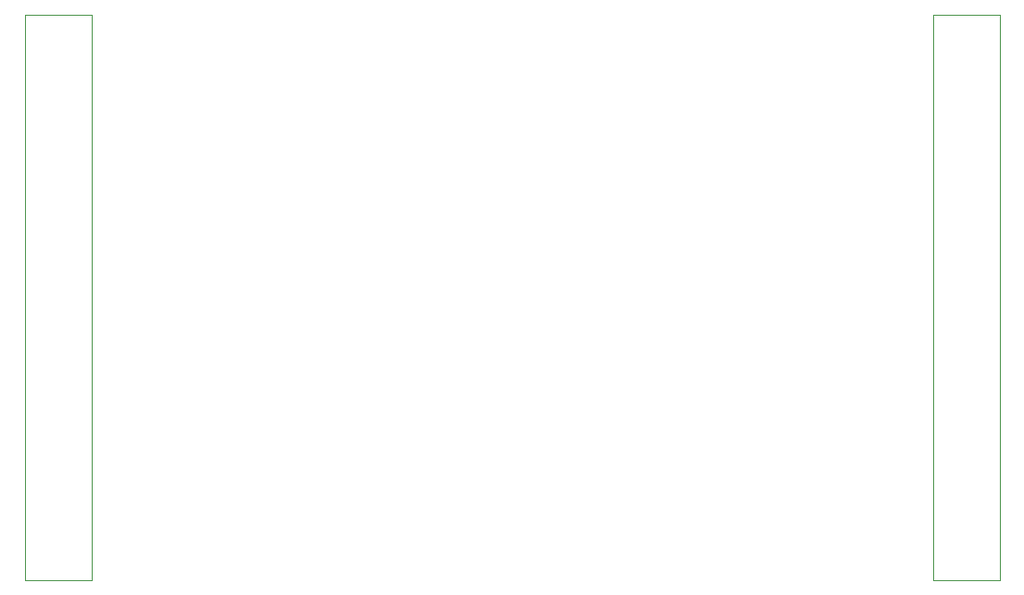
<source format=gbr>
G04 #@! TF.GenerationSoftware,KiCad,Pcbnew,5.0.2-bee76a0~70~ubuntu18.04.1*
G04 #@! TF.CreationDate,2019-05-15T21:37:28+02:00*
G04 #@! TF.ProjectId,networkScanner,6e657477-6f72-46b5-9363-616e6e65722e,rev?*
G04 #@! TF.SameCoordinates,Original*
G04 #@! TF.FileFunction,Other,User*
%FSLAX46Y46*%
G04 Gerber Fmt 4.6, Leading zero omitted, Abs format (unit mm)*
G04 Created by KiCad (PCBNEW 5.0.2-bee76a0~70~ubuntu18.04.1) date Mi 15 Mai 2019 21:37:28 CEST*
%MOMM*%
%LPD*%
G01*
G04 APERTURE LIST*
%ADD10C,0.050000*%
G04 APERTURE END LIST*
D10*
G04 #@! TO.C,J1*
X114340000Y-93200000D02*
X108240000Y-93200000D01*
X108240000Y-93200000D02*
X108240000Y-145000000D01*
X108240000Y-145000000D02*
X114340000Y-145000000D01*
X114340000Y-145000000D02*
X114340000Y-93200000D01*
G04 #@! TO.C,J2*
X197340000Y-145000000D02*
X197340000Y-93200000D01*
X191240000Y-145000000D02*
X197340000Y-145000000D01*
X191240000Y-93200000D02*
X191240000Y-145000000D01*
X197340000Y-93200000D02*
X191240000Y-93200000D01*
G04 #@! TD*
M02*

</source>
